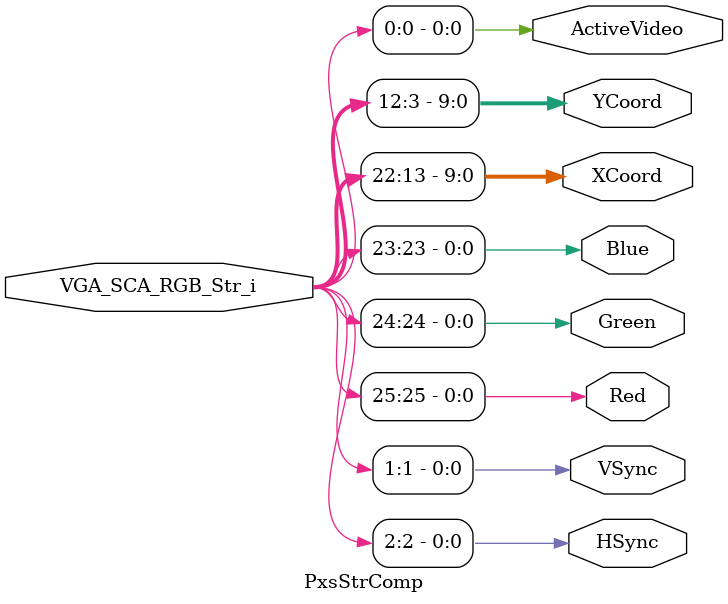
<source format=v>

module PxsStrComp (
			input wire [25:0] VGA_SCA_RGB_Str_i,	// HSync, VSync, XCoord, YCoord, ActiveVideo, RGB(1:1:1)
            output wire      HSync,         		// Horizontal sync out
            output wire      VSync,         		// Vertical sync out
            output wire      Red,   				// RED vga 
            output wire     Green, 					// GREEN vga output
            output wire      Blue,  				// BLUE vga output
            output wire [9:0] XCoord,          		// ScanX postion
            output wire [9:0] YCoord,          		// ScanY position 
            output wire      ActiveVideo			// Active video
         );
		 
// alias 
`define Active 0:0
`define VS 1:1
`define HS 2:2
`define YC 12:3
`define XC 22:13
`define B 23:23
`define G 24:24
`define R 25:25
   
    assign HSync = VGA_SCA_RGB_Str_i[`HS];
    assign VSync = VGA_SCA_RGB_Str_i[`VS];
    assign ActiveVideo = VGA_SCA_RGB_Str_i[`Active];
	assign XCoord = VGA_SCA_RGB_Str_i[`XC];
	assign YCoord = VGA_SCA_RGB_Str_i[`YC];
	assign Red = VGA_SCA_RGB_Str_i[`R];
	assign Green = VGA_SCA_RGB_Str_i[`G];
	assign Blue = VGA_SCA_RGB_Str_i[`B];
	
 endmodule

</source>
